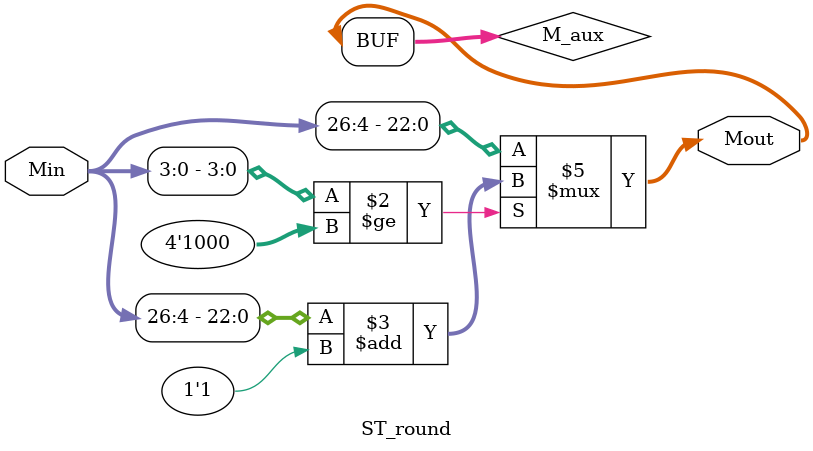
<source format=v>
module ST_round(
	input  [27:0] Min,
	output [22:0] Mout
	);

       reg [22:0] M_aux;
       always @(Min) begin
       	if (Min[3:0] >= 4'b1000) 
       		M_aux <= Min[26:4] + 1'b1;
       	else
       		M_aux <= Min[26:4];
       end

       assign Mout = M_aux;
endmodule
       
</source>
